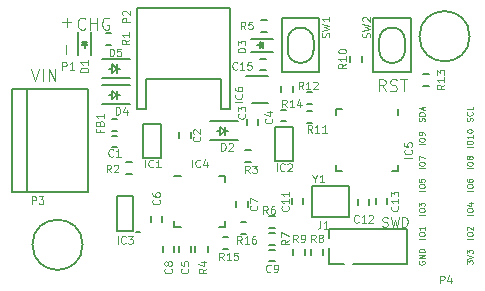
<source format=gto>
G04 #@! TF.FileFunction,Legend,Top*
%FSLAX46Y46*%
G04 Gerber Fmt 4.6, Leading zero omitted, Abs format (unit mm)*
G04 Created by KiCad (PCBNEW 0.201602050916+6538~42~ubuntu15.10.1-product) date Fri 05 Feb 2016 02:22:28 PM EST*
%MOMM*%
G01*
G04 APERTURE LIST*
%ADD10C,0.100000*%
%ADD11C,0.125000*%
%ADD12C,0.150000*%
G04 APERTURE END LIST*
D10*
X166953381Y-96480238D02*
X166977190Y-96408809D01*
X166977190Y-96289762D01*
X166953381Y-96242143D01*
X166929571Y-96218333D01*
X166881952Y-96194524D01*
X166834333Y-96194524D01*
X166786714Y-96218333D01*
X166762905Y-96242143D01*
X166739095Y-96289762D01*
X166715286Y-96385000D01*
X166691476Y-96432619D01*
X166667667Y-96456428D01*
X166620048Y-96480238D01*
X166572429Y-96480238D01*
X166524810Y-96456428D01*
X166501000Y-96432619D01*
X166477190Y-96385000D01*
X166477190Y-96265952D01*
X166501000Y-96194524D01*
X166929571Y-95694524D02*
X166953381Y-95718334D01*
X166977190Y-95789762D01*
X166977190Y-95837381D01*
X166953381Y-95908810D01*
X166905762Y-95956429D01*
X166858143Y-95980238D01*
X166762905Y-96004048D01*
X166691476Y-96004048D01*
X166596238Y-95980238D01*
X166548619Y-95956429D01*
X166501000Y-95908810D01*
X166477190Y-95837381D01*
X166477190Y-95789762D01*
X166501000Y-95718334D01*
X166524810Y-95694524D01*
X166977190Y-95242143D02*
X166977190Y-95480238D01*
X166477190Y-95480238D01*
X162889381Y-96492142D02*
X162913190Y-96420713D01*
X162913190Y-96301666D01*
X162889381Y-96254047D01*
X162865571Y-96230237D01*
X162817952Y-96206428D01*
X162770333Y-96206428D01*
X162722714Y-96230237D01*
X162698905Y-96254047D01*
X162675095Y-96301666D01*
X162651286Y-96396904D01*
X162627476Y-96444523D01*
X162603667Y-96468332D01*
X162556048Y-96492142D01*
X162508429Y-96492142D01*
X162460810Y-96468332D01*
X162437000Y-96444523D01*
X162413190Y-96396904D01*
X162413190Y-96277856D01*
X162437000Y-96206428D01*
X162913190Y-95992142D02*
X162413190Y-95992142D01*
X162413190Y-95873095D01*
X162437000Y-95801666D01*
X162484619Y-95754047D01*
X162532238Y-95730238D01*
X162627476Y-95706428D01*
X162698905Y-95706428D01*
X162794143Y-95730238D01*
X162841762Y-95754047D01*
X162889381Y-95801666D01*
X162913190Y-95873095D01*
X162913190Y-95992142D01*
X162770333Y-95515952D02*
X162770333Y-95277857D01*
X162913190Y-95563571D02*
X162413190Y-95396904D01*
X162913190Y-95230238D01*
X166977190Y-98655094D02*
X166477190Y-98655094D01*
X166477190Y-98321761D02*
X166477190Y-98226523D01*
X166501000Y-98178904D01*
X166548619Y-98131285D01*
X166643857Y-98107476D01*
X166810524Y-98107476D01*
X166905762Y-98131285D01*
X166953381Y-98178904D01*
X166977190Y-98226523D01*
X166977190Y-98321761D01*
X166953381Y-98369380D01*
X166905762Y-98416999D01*
X166810524Y-98440809D01*
X166643857Y-98440809D01*
X166548619Y-98416999D01*
X166501000Y-98369380D01*
X166477190Y-98321761D01*
X166977190Y-97631285D02*
X166977190Y-97916999D01*
X166977190Y-97774142D02*
X166477190Y-97774142D01*
X166548619Y-97821761D01*
X166596238Y-97869380D01*
X166620048Y-97916999D01*
X166477190Y-97321761D02*
X166477190Y-97274142D01*
X166501000Y-97226523D01*
X166524810Y-97202714D01*
X166572429Y-97178904D01*
X166667667Y-97155095D01*
X166786714Y-97155095D01*
X166881952Y-97178904D01*
X166929571Y-97202714D01*
X166953381Y-97226523D01*
X166977190Y-97274142D01*
X166977190Y-97321761D01*
X166953381Y-97369380D01*
X166929571Y-97393190D01*
X166881952Y-97416999D01*
X166786714Y-97440809D01*
X166667667Y-97440809D01*
X166572429Y-97416999D01*
X166524810Y-97393190D01*
X166501000Y-97369380D01*
X166477190Y-97321761D01*
X162913190Y-98416999D02*
X162413190Y-98416999D01*
X162413190Y-98083666D02*
X162413190Y-97988428D01*
X162437000Y-97940809D01*
X162484619Y-97893190D01*
X162579857Y-97869381D01*
X162746524Y-97869381D01*
X162841762Y-97893190D01*
X162889381Y-97940809D01*
X162913190Y-97988428D01*
X162913190Y-98083666D01*
X162889381Y-98131285D01*
X162841762Y-98178904D01*
X162746524Y-98202714D01*
X162579857Y-98202714D01*
X162484619Y-98178904D01*
X162437000Y-98131285D01*
X162413190Y-98083666D01*
X162913190Y-97631285D02*
X162913190Y-97536047D01*
X162889381Y-97488428D01*
X162865571Y-97464618D01*
X162794143Y-97416999D01*
X162698905Y-97393190D01*
X162508429Y-97393190D01*
X162460810Y-97416999D01*
X162437000Y-97440809D01*
X162413190Y-97488428D01*
X162413190Y-97583666D01*
X162437000Y-97631285D01*
X162460810Y-97655094D01*
X162508429Y-97678904D01*
X162627476Y-97678904D01*
X162675095Y-97655094D01*
X162698905Y-97631285D01*
X162722714Y-97583666D01*
X162722714Y-97488428D01*
X162698905Y-97440809D01*
X162675095Y-97416999D01*
X162627476Y-97393190D01*
X162913190Y-100448999D02*
X162413190Y-100448999D01*
X162413190Y-100115666D02*
X162413190Y-100020428D01*
X162437000Y-99972809D01*
X162484619Y-99925190D01*
X162579857Y-99901381D01*
X162746524Y-99901381D01*
X162841762Y-99925190D01*
X162889381Y-99972809D01*
X162913190Y-100020428D01*
X162913190Y-100115666D01*
X162889381Y-100163285D01*
X162841762Y-100210904D01*
X162746524Y-100234714D01*
X162579857Y-100234714D01*
X162484619Y-100210904D01*
X162437000Y-100163285D01*
X162413190Y-100115666D01*
X162413190Y-99734713D02*
X162413190Y-99401380D01*
X162913190Y-99615666D01*
X166977190Y-100448999D02*
X166477190Y-100448999D01*
X166477190Y-100115666D02*
X166477190Y-100020428D01*
X166501000Y-99972809D01*
X166548619Y-99925190D01*
X166643857Y-99901381D01*
X166810524Y-99901381D01*
X166905762Y-99925190D01*
X166953381Y-99972809D01*
X166977190Y-100020428D01*
X166977190Y-100115666D01*
X166953381Y-100163285D01*
X166905762Y-100210904D01*
X166810524Y-100234714D01*
X166643857Y-100234714D01*
X166548619Y-100210904D01*
X166501000Y-100163285D01*
X166477190Y-100115666D01*
X166691476Y-99615666D02*
X166667667Y-99663285D01*
X166643857Y-99687094D01*
X166596238Y-99710904D01*
X166572429Y-99710904D01*
X166524810Y-99687094D01*
X166501000Y-99663285D01*
X166477190Y-99615666D01*
X166477190Y-99520428D01*
X166501000Y-99472809D01*
X166524810Y-99448999D01*
X166572429Y-99425190D01*
X166596238Y-99425190D01*
X166643857Y-99448999D01*
X166667667Y-99472809D01*
X166691476Y-99520428D01*
X166691476Y-99615666D01*
X166715286Y-99663285D01*
X166739095Y-99687094D01*
X166786714Y-99710904D01*
X166881952Y-99710904D01*
X166929571Y-99687094D01*
X166953381Y-99663285D01*
X166977190Y-99615666D01*
X166977190Y-99520428D01*
X166953381Y-99472809D01*
X166929571Y-99448999D01*
X166881952Y-99425190D01*
X166786714Y-99425190D01*
X166739095Y-99448999D01*
X166715286Y-99472809D01*
X166691476Y-99520428D01*
X166977190Y-102353999D02*
X166477190Y-102353999D01*
X166477190Y-102020666D02*
X166477190Y-101925428D01*
X166501000Y-101877809D01*
X166548619Y-101830190D01*
X166643857Y-101806381D01*
X166810524Y-101806381D01*
X166905762Y-101830190D01*
X166953381Y-101877809D01*
X166977190Y-101925428D01*
X166977190Y-102020666D01*
X166953381Y-102068285D01*
X166905762Y-102115904D01*
X166810524Y-102139714D01*
X166643857Y-102139714D01*
X166548619Y-102115904D01*
X166501000Y-102068285D01*
X166477190Y-102020666D01*
X166477190Y-101377809D02*
X166477190Y-101473047D01*
X166501000Y-101520666D01*
X166524810Y-101544475D01*
X166596238Y-101592094D01*
X166691476Y-101615904D01*
X166881952Y-101615904D01*
X166929571Y-101592094D01*
X166953381Y-101568285D01*
X166977190Y-101520666D01*
X166977190Y-101425428D01*
X166953381Y-101377809D01*
X166929571Y-101353999D01*
X166881952Y-101330190D01*
X166762905Y-101330190D01*
X166715286Y-101353999D01*
X166691476Y-101377809D01*
X166667667Y-101425428D01*
X166667667Y-101520666D01*
X166691476Y-101568285D01*
X166715286Y-101592094D01*
X166762905Y-101615904D01*
X162913190Y-102353999D02*
X162413190Y-102353999D01*
X162413190Y-102020666D02*
X162413190Y-101925428D01*
X162437000Y-101877809D01*
X162484619Y-101830190D01*
X162579857Y-101806381D01*
X162746524Y-101806381D01*
X162841762Y-101830190D01*
X162889381Y-101877809D01*
X162913190Y-101925428D01*
X162913190Y-102020666D01*
X162889381Y-102068285D01*
X162841762Y-102115904D01*
X162746524Y-102139714D01*
X162579857Y-102139714D01*
X162484619Y-102115904D01*
X162437000Y-102068285D01*
X162413190Y-102020666D01*
X162413190Y-101353999D02*
X162413190Y-101592094D01*
X162651286Y-101615904D01*
X162627476Y-101592094D01*
X162603667Y-101544475D01*
X162603667Y-101425428D01*
X162627476Y-101377809D01*
X162651286Y-101353999D01*
X162698905Y-101330190D01*
X162817952Y-101330190D01*
X162865571Y-101353999D01*
X162889381Y-101377809D01*
X162913190Y-101425428D01*
X162913190Y-101544475D01*
X162889381Y-101592094D01*
X162865571Y-101615904D01*
X166977190Y-104385999D02*
X166477190Y-104385999D01*
X166477190Y-104052666D02*
X166477190Y-103957428D01*
X166501000Y-103909809D01*
X166548619Y-103862190D01*
X166643857Y-103838381D01*
X166810524Y-103838381D01*
X166905762Y-103862190D01*
X166953381Y-103909809D01*
X166977190Y-103957428D01*
X166977190Y-104052666D01*
X166953381Y-104100285D01*
X166905762Y-104147904D01*
X166810524Y-104171714D01*
X166643857Y-104171714D01*
X166548619Y-104147904D01*
X166501000Y-104100285D01*
X166477190Y-104052666D01*
X166643857Y-103409809D02*
X166977190Y-103409809D01*
X166453381Y-103528856D02*
X166810524Y-103647904D01*
X166810524Y-103338380D01*
X162913190Y-104385999D02*
X162413190Y-104385999D01*
X162413190Y-104052666D02*
X162413190Y-103957428D01*
X162437000Y-103909809D01*
X162484619Y-103862190D01*
X162579857Y-103838381D01*
X162746524Y-103838381D01*
X162841762Y-103862190D01*
X162889381Y-103909809D01*
X162913190Y-103957428D01*
X162913190Y-104052666D01*
X162889381Y-104100285D01*
X162841762Y-104147904D01*
X162746524Y-104171714D01*
X162579857Y-104171714D01*
X162484619Y-104147904D01*
X162437000Y-104100285D01*
X162413190Y-104052666D01*
X162413190Y-103671713D02*
X162413190Y-103362190D01*
X162603667Y-103528856D01*
X162603667Y-103457428D01*
X162627476Y-103409809D01*
X162651286Y-103385999D01*
X162698905Y-103362190D01*
X162817952Y-103362190D01*
X162865571Y-103385999D01*
X162889381Y-103409809D01*
X162913190Y-103457428D01*
X162913190Y-103600285D01*
X162889381Y-103647904D01*
X162865571Y-103671713D01*
X162913190Y-106417999D02*
X162413190Y-106417999D01*
X162413190Y-106084666D02*
X162413190Y-105989428D01*
X162437000Y-105941809D01*
X162484619Y-105894190D01*
X162579857Y-105870381D01*
X162746524Y-105870381D01*
X162841762Y-105894190D01*
X162889381Y-105941809D01*
X162913190Y-105989428D01*
X162913190Y-106084666D01*
X162889381Y-106132285D01*
X162841762Y-106179904D01*
X162746524Y-106203714D01*
X162579857Y-106203714D01*
X162484619Y-106179904D01*
X162437000Y-106132285D01*
X162413190Y-106084666D01*
X162913190Y-105394190D02*
X162913190Y-105679904D01*
X162913190Y-105537047D02*
X162413190Y-105537047D01*
X162484619Y-105584666D01*
X162532238Y-105632285D01*
X162556048Y-105679904D01*
X162437000Y-108330953D02*
X162413190Y-108378572D01*
X162413190Y-108450000D01*
X162437000Y-108521429D01*
X162484619Y-108569048D01*
X162532238Y-108592857D01*
X162627476Y-108616667D01*
X162698905Y-108616667D01*
X162794143Y-108592857D01*
X162841762Y-108569048D01*
X162889381Y-108521429D01*
X162913190Y-108450000D01*
X162913190Y-108402381D01*
X162889381Y-108330953D01*
X162865571Y-108307143D01*
X162698905Y-108307143D01*
X162698905Y-108402381D01*
X162913190Y-108092857D02*
X162413190Y-108092857D01*
X162913190Y-107807143D01*
X162413190Y-107807143D01*
X162913190Y-107569047D02*
X162413190Y-107569047D01*
X162413190Y-107450000D01*
X162437000Y-107378571D01*
X162484619Y-107330952D01*
X162532238Y-107307143D01*
X162627476Y-107283333D01*
X162698905Y-107283333D01*
X162794143Y-107307143D01*
X162841762Y-107330952D01*
X162889381Y-107378571D01*
X162913190Y-107450000D01*
X162913190Y-107569047D01*
X166477190Y-108569046D02*
X166477190Y-108259523D01*
X166667667Y-108426189D01*
X166667667Y-108354761D01*
X166691476Y-108307142D01*
X166715286Y-108283332D01*
X166762905Y-108259523D01*
X166881952Y-108259523D01*
X166929571Y-108283332D01*
X166953381Y-108307142D01*
X166977190Y-108354761D01*
X166977190Y-108497618D01*
X166953381Y-108545237D01*
X166929571Y-108569046D01*
X166477190Y-108116666D02*
X166977190Y-107949999D01*
X166477190Y-107783333D01*
X166477190Y-107664285D02*
X166477190Y-107354762D01*
X166667667Y-107521428D01*
X166667667Y-107450000D01*
X166691476Y-107402381D01*
X166715286Y-107378571D01*
X166762905Y-107354762D01*
X166881952Y-107354762D01*
X166929571Y-107378571D01*
X166953381Y-107402381D01*
X166977190Y-107450000D01*
X166977190Y-107592857D01*
X166953381Y-107640476D01*
X166929571Y-107664285D01*
X166977190Y-106417999D02*
X166477190Y-106417999D01*
X166477190Y-106084666D02*
X166477190Y-105989428D01*
X166501000Y-105941809D01*
X166548619Y-105894190D01*
X166643857Y-105870381D01*
X166810524Y-105870381D01*
X166905762Y-105894190D01*
X166953381Y-105941809D01*
X166977190Y-105989428D01*
X166977190Y-106084666D01*
X166953381Y-106132285D01*
X166905762Y-106179904D01*
X166810524Y-106203714D01*
X166643857Y-106203714D01*
X166548619Y-106179904D01*
X166501000Y-106132285D01*
X166477190Y-106084666D01*
X166524810Y-105679904D02*
X166501000Y-105656094D01*
X166477190Y-105608475D01*
X166477190Y-105489428D01*
X166501000Y-105441809D01*
X166524810Y-105417999D01*
X166572429Y-105394190D01*
X166620048Y-105394190D01*
X166691476Y-105417999D01*
X166977190Y-105703713D01*
X166977190Y-105394190D01*
D11*
X159315286Y-105352810D02*
X159429572Y-105390905D01*
X159620048Y-105390905D01*
X159696238Y-105352810D01*
X159734334Y-105314714D01*
X159772429Y-105238524D01*
X159772429Y-105162333D01*
X159734334Y-105086143D01*
X159696238Y-105048048D01*
X159620048Y-105009952D01*
X159467667Y-104971857D01*
X159391476Y-104933762D01*
X159353381Y-104895667D01*
X159315286Y-104819476D01*
X159315286Y-104743286D01*
X159353381Y-104667095D01*
X159391476Y-104629000D01*
X159467667Y-104590905D01*
X159658143Y-104590905D01*
X159772429Y-104629000D01*
X160039096Y-104590905D02*
X160229572Y-105390905D01*
X160381953Y-104819476D01*
X160534334Y-105390905D01*
X160724810Y-104590905D01*
X161029572Y-105390905D02*
X161029572Y-104590905D01*
X161220048Y-104590905D01*
X161334334Y-104629000D01*
X161410525Y-104705190D01*
X161448620Y-104781381D01*
X161486715Y-104933762D01*
X161486715Y-105048048D01*
X161448620Y-105200429D01*
X161410525Y-105276619D01*
X161334334Y-105352810D01*
X161220048Y-105390905D01*
X161029572Y-105390905D01*
X159599381Y-93924381D02*
X159266047Y-93448190D01*
X159027952Y-93924381D02*
X159027952Y-92924381D01*
X159408905Y-92924381D01*
X159504143Y-92972000D01*
X159551762Y-93019619D01*
X159599381Y-93114857D01*
X159599381Y-93257714D01*
X159551762Y-93352952D01*
X159504143Y-93400571D01*
X159408905Y-93448190D01*
X159027952Y-93448190D01*
X159980333Y-93876762D02*
X160123190Y-93924381D01*
X160361286Y-93924381D01*
X160456524Y-93876762D01*
X160504143Y-93829143D01*
X160551762Y-93733905D01*
X160551762Y-93638667D01*
X160504143Y-93543429D01*
X160456524Y-93495810D01*
X160361286Y-93448190D01*
X160170809Y-93400571D01*
X160075571Y-93352952D01*
X160027952Y-93305333D01*
X159980333Y-93210095D01*
X159980333Y-93114857D01*
X160027952Y-93019619D01*
X160075571Y-92972000D01*
X160170809Y-92924381D01*
X160408905Y-92924381D01*
X160551762Y-92972000D01*
X160837476Y-92924381D02*
X161408905Y-92924381D01*
X161123190Y-93924381D02*
X161123190Y-92924381D01*
X129587762Y-92035381D02*
X129921095Y-93035381D01*
X130254429Y-92035381D01*
X130587762Y-93035381D02*
X130587762Y-92035381D01*
X131063952Y-93035381D02*
X131063952Y-92035381D01*
X131635381Y-93035381D01*
X131635381Y-92035381D01*
X132532429Y-90804952D02*
X132532429Y-90043047D01*
X132207048Y-88082429D02*
X132968953Y-88082429D01*
X132588001Y-88463381D02*
X132588001Y-87701476D01*
X134159715Y-88622143D02*
X134112096Y-88669762D01*
X133969239Y-88717381D01*
X133874001Y-88717381D01*
X133731143Y-88669762D01*
X133635905Y-88574524D01*
X133588286Y-88479286D01*
X133540667Y-88288810D01*
X133540667Y-88145952D01*
X133588286Y-87955476D01*
X133635905Y-87860238D01*
X133731143Y-87765000D01*
X133874001Y-87717381D01*
X133969239Y-87717381D01*
X134112096Y-87765000D01*
X134159715Y-87812619D01*
X134588286Y-88717381D02*
X134588286Y-87717381D01*
X134588286Y-88193571D02*
X135159715Y-88193571D01*
X135159715Y-88717381D02*
X135159715Y-87717381D01*
X136159715Y-87765000D02*
X136064477Y-87717381D01*
X135921620Y-87717381D01*
X135778762Y-87765000D01*
X135683524Y-87860238D01*
X135635905Y-87955476D01*
X135588286Y-88145952D01*
X135588286Y-88288810D01*
X135635905Y-88479286D01*
X135683524Y-88574524D01*
X135778762Y-88669762D01*
X135921620Y-88717381D01*
X136016858Y-88717381D01*
X136159715Y-88669762D01*
X136207334Y-88622143D01*
X136207334Y-88288810D01*
X136016858Y-88288810D01*
D12*
X154775000Y-105596000D02*
X154775000Y-106396000D01*
X161425000Y-105596000D02*
X154775000Y-105596000D01*
X161425000Y-105596000D02*
X161425000Y-108546000D01*
X161425000Y-108546000D02*
X156875000Y-108546000D01*
X154775000Y-107196000D02*
X154775000Y-108546000D01*
X154775000Y-108546000D02*
X156075000Y-108546000D01*
X150711000Y-96487000D02*
X151211000Y-96487000D01*
X151211000Y-95537000D02*
X150711000Y-95537000D01*
X146026000Y-101116000D02*
X146026000Y-101641000D01*
X141726000Y-105416000D02*
X141726000Y-104891000D01*
X146026000Y-105416000D02*
X146026000Y-104891000D01*
X141726000Y-101116000D02*
X142251000Y-101116000D01*
X141726000Y-105416000D02*
X142251000Y-105416000D01*
X146026000Y-105416000D02*
X145501000Y-105416000D01*
X146026000Y-101116000D02*
X145501000Y-101116000D01*
X151782000Y-93476000D02*
X151782000Y-93976000D01*
X150732000Y-93476000D02*
X150732000Y-93976000D01*
X163260000Y-92439000D02*
X162760000Y-92439000D01*
X162760000Y-93489000D02*
X163260000Y-93489000D01*
X148975000Y-92169000D02*
X149475000Y-92169000D01*
X149475000Y-91219000D02*
X148975000Y-91219000D01*
X140627000Y-99621000D02*
X139027000Y-99621000D01*
X140627000Y-96721000D02*
X140627000Y-99621000D01*
X139027000Y-96721000D02*
X140627000Y-96721000D01*
X139027000Y-99621000D02*
X139027000Y-96721000D01*
X136396500Y-97299000D02*
X136896500Y-97299000D01*
X136896500Y-96249000D02*
X136396500Y-96249000D01*
X138441000Y-105867000D02*
X138841000Y-105867000D01*
X138241000Y-105767000D02*
X136841000Y-105767000D01*
X138241000Y-102767000D02*
X138241000Y-105767000D01*
X136841000Y-102767000D02*
X138241000Y-102767000D01*
X136841000Y-105767000D02*
X136841000Y-102767000D01*
X139344000Y-95468000D02*
X138544000Y-95468000D01*
X139344000Y-92868000D02*
X139344000Y-95468000D01*
X145644000Y-92868000D02*
X139344000Y-92868000D01*
X145644000Y-95468000D02*
X145644000Y-92868000D01*
X146444000Y-95468000D02*
X145644000Y-95468000D01*
X138544000Y-86868000D02*
X138544000Y-95468000D01*
X146444000Y-86868000D02*
X146444000Y-95468000D01*
X138544000Y-86868000D02*
X146444000Y-86868000D01*
X136402000Y-98646000D02*
X136902000Y-98646000D01*
X136902000Y-97696000D02*
X136402000Y-97696000D01*
X143096000Y-97913000D02*
X143096000Y-97413000D01*
X142146000Y-97413000D02*
X142146000Y-97913000D01*
X147861000Y-96270000D02*
X147861000Y-96770000D01*
X148811000Y-96770000D02*
X148811000Y-96270000D01*
X143096000Y-107565000D02*
X143096000Y-107065000D01*
X142146000Y-107065000D02*
X142146000Y-107565000D01*
X140683000Y-105025000D02*
X140683000Y-104525000D01*
X139733000Y-104525000D02*
X139733000Y-105025000D01*
X147922000Y-103755000D02*
X147922000Y-103255000D01*
X146972000Y-103255000D02*
X146972000Y-103755000D01*
X140749000Y-107065000D02*
X140749000Y-107565000D01*
X141699000Y-107565000D02*
X141699000Y-107065000D01*
X149737000Y-108298000D02*
X150237000Y-108298000D01*
X150237000Y-107348000D02*
X149737000Y-107348000D01*
X152621000Y-103501000D02*
X152621000Y-103001000D01*
X151671000Y-103001000D02*
X151671000Y-103501000D01*
X157259000Y-103043000D02*
X157259000Y-103543000D01*
X158209000Y-103543000D02*
X158209000Y-103043000D01*
X159733000Y-103501000D02*
X159733000Y-103001000D01*
X158783000Y-103001000D02*
X158783000Y-103501000D01*
X133562000Y-88943000D02*
X133562000Y-90843000D01*
X134662000Y-88943000D02*
X134662000Y-90843000D01*
X134112000Y-89843000D02*
X134112000Y-90293000D01*
X134362000Y-89793000D02*
X133862000Y-89793000D01*
X134112000Y-89793000D02*
X134362000Y-90043000D01*
X134362000Y-90043000D02*
X133862000Y-90043000D01*
X133862000Y-90043000D02*
X134112000Y-89793000D01*
X145546000Y-97282000D02*
X145296000Y-97282000D01*
X146046000Y-97282000D02*
X146296000Y-97282000D01*
X146046000Y-97282000D02*
X145546000Y-97632000D01*
X145546000Y-97632000D02*
X145546000Y-96932000D01*
X145546000Y-96932000D02*
X146046000Y-97282000D01*
X146046000Y-97632000D02*
X146046000Y-96932000D01*
X147096000Y-96482000D02*
X144696000Y-96482000D01*
X147096000Y-98082000D02*
X144696000Y-98082000D01*
X150071000Y-89493000D02*
X148171000Y-89493000D01*
X150071000Y-90593000D02*
X148171000Y-90593000D01*
X149171000Y-90043000D02*
X148721000Y-90043000D01*
X149221000Y-90293000D02*
X149221000Y-89793000D01*
X149221000Y-90043000D02*
X148971000Y-90293000D01*
X148971000Y-90293000D02*
X148971000Y-89793000D01*
X148971000Y-89793000D02*
X149221000Y-90043000D01*
X150203000Y-96975000D02*
X151803000Y-96975000D01*
X150203000Y-99875000D02*
X150203000Y-96975000D01*
X151803000Y-99875000D02*
X150203000Y-99875000D01*
X151803000Y-96975000D02*
X151803000Y-99875000D01*
X160639500Y-100695500D02*
X160114500Y-100695500D01*
X155389500Y-95445500D02*
X155914500Y-95445500D01*
X155389500Y-100695500D02*
X155914500Y-100695500D01*
X160639500Y-95445500D02*
X160639500Y-95970500D01*
X155389500Y-95445500D02*
X155389500Y-95970500D01*
X155389500Y-100695500D02*
X155389500Y-100170500D01*
X160639500Y-100695500D02*
X160639500Y-100170500D01*
X135888500Y-90060000D02*
X136388500Y-90060000D01*
X136388500Y-89010000D02*
X135888500Y-89010000D01*
X138108500Y-99932000D02*
X137608500Y-99932000D01*
X137608500Y-100982000D02*
X138108500Y-100982000D01*
X147705000Y-99966000D02*
X148205000Y-99966000D01*
X148205000Y-98916000D02*
X147705000Y-98916000D01*
X143493000Y-107065000D02*
X143493000Y-107565000D01*
X144543000Y-107565000D02*
X144543000Y-107065000D01*
X149044000Y-88917000D02*
X149544000Y-88917000D01*
X149544000Y-87867000D02*
X149044000Y-87867000D01*
X150237000Y-104504000D02*
X149737000Y-104504000D01*
X149737000Y-105554000D02*
X150237000Y-105554000D01*
X149737000Y-106951000D02*
X150237000Y-106951000D01*
X150237000Y-105901000D02*
X149737000Y-105901000D01*
X153272000Y-107319000D02*
X153272000Y-107819000D01*
X154322000Y-107819000D02*
X154322000Y-107319000D01*
X151748000Y-107319000D02*
X151748000Y-107819000D01*
X152798000Y-107819000D02*
X152798000Y-107319000D01*
X157624000Y-91436000D02*
X157624000Y-90936000D01*
X156574000Y-90936000D02*
X156574000Y-91436000D01*
X153412000Y-95614000D02*
X152912000Y-95614000D01*
X152912000Y-96664000D02*
X153412000Y-96664000D01*
X153412000Y-93963000D02*
X152912000Y-93963000D01*
X152912000Y-95013000D02*
X153412000Y-95013000D01*
X153340000Y-101951000D02*
X156540000Y-101951000D01*
X156540000Y-101951000D02*
X156540000Y-104551000D01*
X156540000Y-104551000D02*
X153340000Y-104551000D01*
X153340000Y-104551000D02*
X153340000Y-101951000D01*
X133951000Y-106934000D02*
G75*
G03X133951000Y-106934000I-2125000J0D01*
G01*
X166717000Y-89281000D02*
G75*
G03X166717000Y-89281000I-2125000J0D01*
G01*
X151300000Y-90443000D02*
G75*
G03X153500000Y-90443000I1100000J0D01*
G01*
X153500000Y-89643000D02*
G75*
G03X151300000Y-89643000I-1100000J0D01*
G01*
X153500000Y-89643000D02*
X153500000Y-90443000D01*
X151300000Y-90443000D02*
X151300000Y-89643000D01*
X154000000Y-92343000D02*
X150800000Y-92343000D01*
X154000000Y-87743000D02*
X154000000Y-92343000D01*
X150800000Y-87743000D02*
X154000000Y-87743000D01*
X150800000Y-92343000D02*
X150800000Y-87743000D01*
X159047000Y-90443000D02*
G75*
G03X161247000Y-90443000I1100000J0D01*
G01*
X161247000Y-89643000D02*
G75*
G03X159047000Y-89643000I-1100000J0D01*
G01*
X161247000Y-89643000D02*
X161247000Y-90443000D01*
X159047000Y-90443000D02*
X159047000Y-89643000D01*
X161747000Y-92343000D02*
X158547000Y-92343000D01*
X161747000Y-87743000D02*
X161747000Y-92343000D01*
X158547000Y-87743000D02*
X161747000Y-87743000D01*
X158547000Y-92343000D02*
X158547000Y-87743000D01*
X136402000Y-94234000D02*
X136152000Y-94234000D01*
X136902000Y-94234000D02*
X137152000Y-94234000D01*
X136902000Y-94234000D02*
X136402000Y-94584000D01*
X136402000Y-94584000D02*
X136402000Y-93884000D01*
X136402000Y-93884000D02*
X136902000Y-94234000D01*
X136902000Y-94584000D02*
X136902000Y-93884000D01*
X137952000Y-93434000D02*
X135552000Y-93434000D01*
X137952000Y-95034000D02*
X135552000Y-95034000D01*
X136402000Y-92011500D02*
X136152000Y-92011500D01*
X136902000Y-92011500D02*
X137152000Y-92011500D01*
X136902000Y-92011500D02*
X136402000Y-92361500D01*
X136402000Y-92361500D02*
X136402000Y-91661500D01*
X136402000Y-91661500D02*
X136902000Y-92011500D01*
X136902000Y-92361500D02*
X136902000Y-91661500D01*
X137952000Y-91211500D02*
X135552000Y-91211500D01*
X137952000Y-92811500D02*
X135552000Y-92811500D01*
X128008540Y-93756600D02*
X128008540Y-102456600D01*
X134413540Y-93756600D02*
X134413540Y-102456600D01*
X134413540Y-102456600D02*
X128008540Y-102456600D01*
X129238540Y-102456600D02*
X129238540Y-93756600D01*
X128008540Y-93756600D02*
X134413540Y-93756600D01*
X148321000Y-94944000D02*
X149621000Y-94944000D01*
X147746000Y-92644000D02*
X149621000Y-92644000D01*
X145800000Y-107332000D02*
X146300000Y-107332000D01*
X146300000Y-106282000D02*
X145800000Y-106282000D01*
X147824000Y-105012000D02*
X147324000Y-105012000D01*
X147324000Y-106062000D02*
X147824000Y-106062000D01*
D10*
X154088333Y-104927048D02*
X154088333Y-105391333D01*
X154057381Y-105484190D01*
X153995476Y-105546095D01*
X153902619Y-105577048D01*
X153840714Y-105577048D01*
X154738333Y-105577048D02*
X154366905Y-105577048D01*
X154552619Y-105577048D02*
X154552619Y-104927048D01*
X154490714Y-105019905D01*
X154428809Y-105081810D01*
X154366905Y-105112762D01*
X149965143Y-96247334D02*
X149996095Y-96278286D01*
X150027048Y-96371143D01*
X150027048Y-96433048D01*
X149996095Y-96525905D01*
X149934190Y-96587810D01*
X149872286Y-96618762D01*
X149748476Y-96649714D01*
X149655619Y-96649714D01*
X149531810Y-96618762D01*
X149469905Y-96587810D01*
X149408000Y-96525905D01*
X149377048Y-96433048D01*
X149377048Y-96371143D01*
X149408000Y-96278286D01*
X149438952Y-96247334D01*
X149593714Y-95690191D02*
X150027048Y-95690191D01*
X149346095Y-95844953D02*
X149810381Y-95999714D01*
X149810381Y-95597334D01*
X143226476Y-100370048D02*
X143226476Y-99720048D01*
X143907428Y-100308143D02*
X143876476Y-100339095D01*
X143783619Y-100370048D01*
X143721714Y-100370048D01*
X143628857Y-100339095D01*
X143566952Y-100277190D01*
X143536000Y-100215286D01*
X143505048Y-100091476D01*
X143505048Y-99998619D01*
X143536000Y-99874810D01*
X143566952Y-99812905D01*
X143628857Y-99751000D01*
X143721714Y-99720048D01*
X143783619Y-99720048D01*
X143876476Y-99751000D01*
X143907428Y-99781952D01*
X144464571Y-99936714D02*
X144464571Y-100370048D01*
X144309809Y-99689095D02*
X144155048Y-100153381D01*
X144557428Y-100153381D01*
X151220142Y-95290048D02*
X151003476Y-94980524D01*
X150848714Y-95290048D02*
X150848714Y-94640048D01*
X151096333Y-94640048D01*
X151158238Y-94671000D01*
X151189190Y-94701952D01*
X151220142Y-94763857D01*
X151220142Y-94856714D01*
X151189190Y-94918619D01*
X151158238Y-94949571D01*
X151096333Y-94980524D01*
X150848714Y-94980524D01*
X151839190Y-95290048D02*
X151467762Y-95290048D01*
X151653476Y-95290048D02*
X151653476Y-94640048D01*
X151591571Y-94732905D01*
X151529666Y-94794810D01*
X151467762Y-94825762D01*
X152396333Y-94856714D02*
X152396333Y-95290048D01*
X152241571Y-94609095D02*
X152086810Y-95073381D01*
X152489190Y-95073381D01*
X164574048Y-93381858D02*
X164264524Y-93598524D01*
X164574048Y-93753286D02*
X163924048Y-93753286D01*
X163924048Y-93505667D01*
X163955000Y-93443762D01*
X163985952Y-93412810D01*
X164047857Y-93381858D01*
X164140714Y-93381858D01*
X164202619Y-93412810D01*
X164233571Y-93443762D01*
X164264524Y-93505667D01*
X164264524Y-93753286D01*
X164574048Y-92762810D02*
X164574048Y-93134238D01*
X164574048Y-92948524D02*
X163924048Y-92948524D01*
X164016905Y-93010429D01*
X164078810Y-93072334D01*
X164109762Y-93134238D01*
X163924048Y-92546143D02*
X163924048Y-92143762D01*
X164171667Y-92360429D01*
X164171667Y-92267571D01*
X164202619Y-92205667D01*
X164233571Y-92174714D01*
X164295476Y-92143762D01*
X164450238Y-92143762D01*
X164512143Y-92174714D01*
X164543095Y-92205667D01*
X164574048Y-92267571D01*
X164574048Y-92453286D01*
X164543095Y-92515190D01*
X164512143Y-92546143D01*
X147029142Y-92053143D02*
X146998190Y-92084095D01*
X146905333Y-92115048D01*
X146843428Y-92115048D01*
X146750571Y-92084095D01*
X146688666Y-92022190D01*
X146657714Y-91960286D01*
X146626762Y-91836476D01*
X146626762Y-91743619D01*
X146657714Y-91619810D01*
X146688666Y-91557905D01*
X146750571Y-91496000D01*
X146843428Y-91465048D01*
X146905333Y-91465048D01*
X146998190Y-91496000D01*
X147029142Y-91526952D01*
X147648190Y-92115048D02*
X147276762Y-92115048D01*
X147462476Y-92115048D02*
X147462476Y-91465048D01*
X147400571Y-91557905D01*
X147338666Y-91619810D01*
X147276762Y-91650762D01*
X148236286Y-91465048D02*
X147926762Y-91465048D01*
X147895810Y-91774571D01*
X147926762Y-91743619D01*
X147988667Y-91712667D01*
X148143429Y-91712667D01*
X148205333Y-91743619D01*
X148236286Y-91774571D01*
X148267238Y-91836476D01*
X148267238Y-91991238D01*
X148236286Y-92053143D01*
X148205333Y-92084095D01*
X148143429Y-92115048D01*
X147988667Y-92115048D01*
X147926762Y-92084095D01*
X147895810Y-92053143D01*
X139248476Y-100387429D02*
X139248476Y-99737429D01*
X139929428Y-100325524D02*
X139898476Y-100356476D01*
X139805619Y-100387429D01*
X139743714Y-100387429D01*
X139650857Y-100356476D01*
X139588952Y-100294571D01*
X139558000Y-100232667D01*
X139527048Y-100108857D01*
X139527048Y-100016000D01*
X139558000Y-99892191D01*
X139588952Y-99830286D01*
X139650857Y-99768381D01*
X139743714Y-99737429D01*
X139805619Y-99737429D01*
X139898476Y-99768381D01*
X139929428Y-99799333D01*
X140548476Y-100387429D02*
X140177048Y-100387429D01*
X140362762Y-100387429D02*
X140362762Y-99737429D01*
X140300857Y-99830286D01*
X140238952Y-99892191D01*
X140177048Y-99923143D01*
X135399071Y-97188666D02*
X135399071Y-97405333D01*
X135739548Y-97405333D02*
X135089548Y-97405333D01*
X135089548Y-97095809D01*
X135399071Y-96631523D02*
X135430024Y-96538666D01*
X135460976Y-96507714D01*
X135522881Y-96476762D01*
X135615738Y-96476762D01*
X135677643Y-96507714D01*
X135708595Y-96538666D01*
X135739548Y-96600571D01*
X135739548Y-96848190D01*
X135089548Y-96848190D01*
X135089548Y-96631523D01*
X135120500Y-96569619D01*
X135151452Y-96538666D01*
X135213357Y-96507714D01*
X135275262Y-96507714D01*
X135337167Y-96538666D01*
X135368119Y-96569619D01*
X135399071Y-96631523D01*
X135399071Y-96848190D01*
X135739548Y-95857714D02*
X135739548Y-96229142D01*
X135739548Y-96043428D02*
X135089548Y-96043428D01*
X135182405Y-96105333D01*
X135244310Y-96167238D01*
X135275262Y-96229142D01*
X136906476Y-106847048D02*
X136906476Y-106197048D01*
X137587428Y-106785143D02*
X137556476Y-106816095D01*
X137463619Y-106847048D01*
X137401714Y-106847048D01*
X137308857Y-106816095D01*
X137246952Y-106754190D01*
X137216000Y-106692286D01*
X137185048Y-106568476D01*
X137185048Y-106475619D01*
X137216000Y-106351810D01*
X137246952Y-106289905D01*
X137308857Y-106228000D01*
X137401714Y-106197048D01*
X137463619Y-106197048D01*
X137556476Y-106228000D01*
X137587428Y-106258952D01*
X137804095Y-106197048D02*
X138206476Y-106197048D01*
X137989809Y-106444667D01*
X138082667Y-106444667D01*
X138144571Y-106475619D01*
X138175524Y-106506571D01*
X138206476Y-106568476D01*
X138206476Y-106723238D01*
X138175524Y-106785143D01*
X138144571Y-106816095D01*
X138082667Y-106847048D01*
X137896952Y-106847048D01*
X137835048Y-106816095D01*
X137804095Y-106785143D01*
X132235238Y-92115048D02*
X132235238Y-91465048D01*
X132482857Y-91465048D01*
X132544762Y-91496000D01*
X132575714Y-91526952D01*
X132606666Y-91588857D01*
X132606666Y-91681714D01*
X132575714Y-91743619D01*
X132544762Y-91774571D01*
X132482857Y-91805524D01*
X132235238Y-91805524D01*
X133225714Y-92115048D02*
X132854286Y-92115048D01*
X133040000Y-92115048D02*
X133040000Y-91465048D01*
X132978095Y-91557905D01*
X132916190Y-91619810D01*
X132854286Y-91650762D01*
X137962048Y-88109762D02*
X137312048Y-88109762D01*
X137312048Y-87862143D01*
X137343000Y-87800238D01*
X137373952Y-87769286D01*
X137435857Y-87738334D01*
X137528714Y-87738334D01*
X137590619Y-87769286D01*
X137621571Y-87800238D01*
X137652524Y-87862143D01*
X137652524Y-88109762D01*
X137373952Y-87490714D02*
X137343000Y-87459762D01*
X137312048Y-87397857D01*
X137312048Y-87243095D01*
X137343000Y-87181191D01*
X137373952Y-87150238D01*
X137435857Y-87119286D01*
X137497762Y-87119286D01*
X137590619Y-87150238D01*
X137962048Y-87521667D01*
X137962048Y-87119286D01*
X136543666Y-99419143D02*
X136512714Y-99450095D01*
X136419857Y-99481048D01*
X136357952Y-99481048D01*
X136265095Y-99450095D01*
X136203190Y-99388190D01*
X136172238Y-99326286D01*
X136141286Y-99202476D01*
X136141286Y-99109619D01*
X136172238Y-98985810D01*
X136203190Y-98923905D01*
X136265095Y-98862000D01*
X136357952Y-98831048D01*
X136419857Y-98831048D01*
X136512714Y-98862000D01*
X136543666Y-98892952D01*
X137162714Y-99481048D02*
X136791286Y-99481048D01*
X136977000Y-99481048D02*
X136977000Y-98831048D01*
X136915095Y-98923905D01*
X136853190Y-98985810D01*
X136791286Y-99016762D01*
X143869143Y-97771334D02*
X143900095Y-97802286D01*
X143931048Y-97895143D01*
X143931048Y-97957048D01*
X143900095Y-98049905D01*
X143838190Y-98111810D01*
X143776286Y-98142762D01*
X143652476Y-98173714D01*
X143559619Y-98173714D01*
X143435810Y-98142762D01*
X143373905Y-98111810D01*
X143312000Y-98049905D01*
X143281048Y-97957048D01*
X143281048Y-97895143D01*
X143312000Y-97802286D01*
X143342952Y-97771334D01*
X143342952Y-97523714D02*
X143312000Y-97492762D01*
X143281048Y-97430857D01*
X143281048Y-97276095D01*
X143312000Y-97214191D01*
X143342952Y-97183238D01*
X143404857Y-97152286D01*
X143466762Y-97152286D01*
X143559619Y-97183238D01*
X143931048Y-97554667D01*
X143931048Y-97152286D01*
X147679143Y-95866334D02*
X147710095Y-95897286D01*
X147741048Y-95990143D01*
X147741048Y-96052048D01*
X147710095Y-96144905D01*
X147648190Y-96206810D01*
X147586286Y-96237762D01*
X147462476Y-96268714D01*
X147369619Y-96268714D01*
X147245810Y-96237762D01*
X147183905Y-96206810D01*
X147122000Y-96144905D01*
X147091048Y-96052048D01*
X147091048Y-95990143D01*
X147122000Y-95897286D01*
X147152952Y-95866334D01*
X147091048Y-95649667D02*
X147091048Y-95247286D01*
X147338667Y-95463953D01*
X147338667Y-95371095D01*
X147369619Y-95309191D01*
X147400571Y-95278238D01*
X147462476Y-95247286D01*
X147617238Y-95247286D01*
X147679143Y-95278238D01*
X147710095Y-95309191D01*
X147741048Y-95371095D01*
X147741048Y-95556810D01*
X147710095Y-95618714D01*
X147679143Y-95649667D01*
X142853143Y-108947334D02*
X142884095Y-108978286D01*
X142915048Y-109071143D01*
X142915048Y-109133048D01*
X142884095Y-109225905D01*
X142822190Y-109287810D01*
X142760286Y-109318762D01*
X142636476Y-109349714D01*
X142543619Y-109349714D01*
X142419810Y-109318762D01*
X142357905Y-109287810D01*
X142296000Y-109225905D01*
X142265048Y-109133048D01*
X142265048Y-109071143D01*
X142296000Y-108978286D01*
X142326952Y-108947334D01*
X142265048Y-108359238D02*
X142265048Y-108668762D01*
X142574571Y-108699714D01*
X142543619Y-108668762D01*
X142512667Y-108606857D01*
X142512667Y-108452095D01*
X142543619Y-108390191D01*
X142574571Y-108359238D01*
X142636476Y-108328286D01*
X142791238Y-108328286D01*
X142853143Y-108359238D01*
X142884095Y-108390191D01*
X142915048Y-108452095D01*
X142915048Y-108606857D01*
X142884095Y-108668762D01*
X142853143Y-108699714D01*
X140440143Y-103105334D02*
X140471095Y-103136286D01*
X140502048Y-103229143D01*
X140502048Y-103291048D01*
X140471095Y-103383905D01*
X140409190Y-103445810D01*
X140347286Y-103476762D01*
X140223476Y-103507714D01*
X140130619Y-103507714D01*
X140006810Y-103476762D01*
X139944905Y-103445810D01*
X139883000Y-103383905D01*
X139852048Y-103291048D01*
X139852048Y-103229143D01*
X139883000Y-103136286D01*
X139913952Y-103105334D01*
X139852048Y-102548191D02*
X139852048Y-102672000D01*
X139883000Y-102733905D01*
X139913952Y-102764857D01*
X140006810Y-102826762D01*
X140130619Y-102857714D01*
X140378238Y-102857714D01*
X140440143Y-102826762D01*
X140471095Y-102795810D01*
X140502048Y-102733905D01*
X140502048Y-102610095D01*
X140471095Y-102548191D01*
X140440143Y-102517238D01*
X140378238Y-102486286D01*
X140223476Y-102486286D01*
X140161571Y-102517238D01*
X140130619Y-102548191D01*
X140099667Y-102610095D01*
X140099667Y-102733905D01*
X140130619Y-102795810D01*
X140161571Y-102826762D01*
X140223476Y-102857714D01*
X148695143Y-103613334D02*
X148726095Y-103644286D01*
X148757048Y-103737143D01*
X148757048Y-103799048D01*
X148726095Y-103891905D01*
X148664190Y-103953810D01*
X148602286Y-103984762D01*
X148478476Y-104015714D01*
X148385619Y-104015714D01*
X148261810Y-103984762D01*
X148199905Y-103953810D01*
X148138000Y-103891905D01*
X148107048Y-103799048D01*
X148107048Y-103737143D01*
X148138000Y-103644286D01*
X148168952Y-103613334D01*
X148107048Y-103396667D02*
X148107048Y-102963334D01*
X148757048Y-103241905D01*
X141456143Y-108947334D02*
X141487095Y-108978286D01*
X141518048Y-109071143D01*
X141518048Y-109133048D01*
X141487095Y-109225905D01*
X141425190Y-109287810D01*
X141363286Y-109318762D01*
X141239476Y-109349714D01*
X141146619Y-109349714D01*
X141022810Y-109318762D01*
X140960905Y-109287810D01*
X140899000Y-109225905D01*
X140868048Y-109133048D01*
X140868048Y-109071143D01*
X140899000Y-108978286D01*
X140929952Y-108947334D01*
X141146619Y-108575905D02*
X141115667Y-108637810D01*
X141084714Y-108668762D01*
X141022810Y-108699714D01*
X140991857Y-108699714D01*
X140929952Y-108668762D01*
X140899000Y-108637810D01*
X140868048Y-108575905D01*
X140868048Y-108452095D01*
X140899000Y-108390191D01*
X140929952Y-108359238D01*
X140991857Y-108328286D01*
X141022810Y-108328286D01*
X141084714Y-108359238D01*
X141115667Y-108390191D01*
X141146619Y-108452095D01*
X141146619Y-108575905D01*
X141177571Y-108637810D01*
X141208524Y-108668762D01*
X141270429Y-108699714D01*
X141394238Y-108699714D01*
X141456143Y-108668762D01*
X141487095Y-108637810D01*
X141518048Y-108575905D01*
X141518048Y-108452095D01*
X141487095Y-108390191D01*
X141456143Y-108359238D01*
X141394238Y-108328286D01*
X141270429Y-108328286D01*
X141208524Y-108359238D01*
X141177571Y-108390191D01*
X141146619Y-108452095D01*
X149878666Y-109198143D02*
X149847714Y-109229095D01*
X149754857Y-109260048D01*
X149692952Y-109260048D01*
X149600095Y-109229095D01*
X149538190Y-109167190D01*
X149507238Y-109105286D01*
X149476286Y-108981476D01*
X149476286Y-108888619D01*
X149507238Y-108764810D01*
X149538190Y-108702905D01*
X149600095Y-108641000D01*
X149692952Y-108610048D01*
X149754857Y-108610048D01*
X149847714Y-108641000D01*
X149878666Y-108671952D01*
X150188190Y-109260048D02*
X150312000Y-109260048D01*
X150373905Y-109229095D01*
X150404857Y-109198143D01*
X150466762Y-109105286D01*
X150497714Y-108981476D01*
X150497714Y-108733857D01*
X150466762Y-108671952D01*
X150435809Y-108641000D01*
X150373905Y-108610048D01*
X150250095Y-108610048D01*
X150188190Y-108641000D01*
X150157238Y-108671952D01*
X150126286Y-108733857D01*
X150126286Y-108888619D01*
X150157238Y-108950524D01*
X150188190Y-108981476D01*
X150250095Y-109012429D01*
X150373905Y-109012429D01*
X150435809Y-108981476D01*
X150466762Y-108950524D01*
X150497714Y-108888619D01*
X151362143Y-103668858D02*
X151393095Y-103699810D01*
X151424048Y-103792667D01*
X151424048Y-103854572D01*
X151393095Y-103947429D01*
X151331190Y-104009334D01*
X151269286Y-104040286D01*
X151145476Y-104071238D01*
X151052619Y-104071238D01*
X150928810Y-104040286D01*
X150866905Y-104009334D01*
X150805000Y-103947429D01*
X150774048Y-103854572D01*
X150774048Y-103792667D01*
X150805000Y-103699810D01*
X150835952Y-103668858D01*
X151424048Y-103049810D02*
X151424048Y-103421238D01*
X151424048Y-103235524D02*
X150774048Y-103235524D01*
X150866905Y-103297429D01*
X150928810Y-103359334D01*
X150959762Y-103421238D01*
X151424048Y-102430762D02*
X151424048Y-102802190D01*
X151424048Y-102616476D02*
X150774048Y-102616476D01*
X150866905Y-102678381D01*
X150928810Y-102740286D01*
X150959762Y-102802190D01*
X157316142Y-105007143D02*
X157285190Y-105038095D01*
X157192333Y-105069048D01*
X157130428Y-105069048D01*
X157037571Y-105038095D01*
X156975666Y-104976190D01*
X156944714Y-104914286D01*
X156913762Y-104790476D01*
X156913762Y-104697619D01*
X156944714Y-104573810D01*
X156975666Y-104511905D01*
X157037571Y-104450000D01*
X157130428Y-104419048D01*
X157192333Y-104419048D01*
X157285190Y-104450000D01*
X157316142Y-104480952D01*
X157935190Y-105069048D02*
X157563762Y-105069048D01*
X157749476Y-105069048D02*
X157749476Y-104419048D01*
X157687571Y-104511905D01*
X157625666Y-104573810D01*
X157563762Y-104604762D01*
X158182810Y-104480952D02*
X158213762Y-104450000D01*
X158275667Y-104419048D01*
X158430429Y-104419048D01*
X158492333Y-104450000D01*
X158523286Y-104480952D01*
X158554238Y-104542857D01*
X158554238Y-104604762D01*
X158523286Y-104697619D01*
X158151857Y-105069048D01*
X158554238Y-105069048D01*
X160633143Y-103668858D02*
X160664095Y-103699810D01*
X160695048Y-103792667D01*
X160695048Y-103854572D01*
X160664095Y-103947429D01*
X160602190Y-104009334D01*
X160540286Y-104040286D01*
X160416476Y-104071238D01*
X160323619Y-104071238D01*
X160199810Y-104040286D01*
X160137905Y-104009334D01*
X160076000Y-103947429D01*
X160045048Y-103854572D01*
X160045048Y-103792667D01*
X160076000Y-103699810D01*
X160106952Y-103668858D01*
X160695048Y-103049810D02*
X160695048Y-103421238D01*
X160695048Y-103235524D02*
X160045048Y-103235524D01*
X160137905Y-103297429D01*
X160199810Y-103359334D01*
X160230762Y-103421238D01*
X160045048Y-102833143D02*
X160045048Y-102430762D01*
X160292667Y-102647429D01*
X160292667Y-102554571D01*
X160323619Y-102492667D01*
X160354571Y-102461714D01*
X160416476Y-102430762D01*
X160571238Y-102430762D01*
X160633143Y-102461714D01*
X160664095Y-102492667D01*
X160695048Y-102554571D01*
X160695048Y-102740286D01*
X160664095Y-102802190D01*
X160633143Y-102833143D01*
X134406048Y-92300762D02*
X133756048Y-92300762D01*
X133756048Y-92146000D01*
X133787000Y-92053143D01*
X133848905Y-91991238D01*
X133910810Y-91960286D01*
X134034619Y-91929334D01*
X134127476Y-91929334D01*
X134251286Y-91960286D01*
X134313190Y-91991238D01*
X134375095Y-92053143D01*
X134406048Y-92146000D01*
X134406048Y-92300762D01*
X134406048Y-91310286D02*
X134406048Y-91681714D01*
X134406048Y-91496000D02*
X133756048Y-91496000D01*
X133848905Y-91557905D01*
X133910810Y-91619810D01*
X133941762Y-91681714D01*
X145697238Y-98973048D02*
X145697238Y-98323048D01*
X145852000Y-98323048D01*
X145944857Y-98354000D01*
X146006762Y-98415905D01*
X146037714Y-98477810D01*
X146068666Y-98601619D01*
X146068666Y-98694476D01*
X146037714Y-98818286D01*
X146006762Y-98880190D01*
X145944857Y-98942095D01*
X145852000Y-98973048D01*
X145697238Y-98973048D01*
X146316286Y-98384952D02*
X146347238Y-98354000D01*
X146409143Y-98323048D01*
X146563905Y-98323048D01*
X146625809Y-98354000D01*
X146656762Y-98384952D01*
X146687714Y-98446857D01*
X146687714Y-98508762D01*
X146656762Y-98601619D01*
X146285333Y-98973048D01*
X146687714Y-98973048D01*
X147741048Y-90649762D02*
X147091048Y-90649762D01*
X147091048Y-90495000D01*
X147122000Y-90402143D01*
X147183905Y-90340238D01*
X147245810Y-90309286D01*
X147369619Y-90278334D01*
X147462476Y-90278334D01*
X147586286Y-90309286D01*
X147648190Y-90340238D01*
X147710095Y-90402143D01*
X147741048Y-90495000D01*
X147741048Y-90649762D01*
X147091048Y-90061667D02*
X147091048Y-89659286D01*
X147338667Y-89875953D01*
X147338667Y-89783095D01*
X147369619Y-89721191D01*
X147400571Y-89690238D01*
X147462476Y-89659286D01*
X147617238Y-89659286D01*
X147679143Y-89690238D01*
X147710095Y-89721191D01*
X147741048Y-89783095D01*
X147741048Y-89968810D01*
X147710095Y-90030714D01*
X147679143Y-90061667D01*
X150368476Y-100690048D02*
X150368476Y-100040048D01*
X151049428Y-100628143D02*
X151018476Y-100659095D01*
X150925619Y-100690048D01*
X150863714Y-100690048D01*
X150770857Y-100659095D01*
X150708952Y-100597190D01*
X150678000Y-100535286D01*
X150647048Y-100411476D01*
X150647048Y-100318619D01*
X150678000Y-100194810D01*
X150708952Y-100132905D01*
X150770857Y-100071000D01*
X150863714Y-100040048D01*
X150925619Y-100040048D01*
X151018476Y-100071000D01*
X151049428Y-100101952D01*
X151297048Y-100101952D02*
X151328000Y-100071000D01*
X151389905Y-100040048D01*
X151544667Y-100040048D01*
X151606571Y-100071000D01*
X151637524Y-100101952D01*
X151668476Y-100163857D01*
X151668476Y-100225762D01*
X151637524Y-100318619D01*
X151266095Y-100690048D01*
X151668476Y-100690048D01*
X161838048Y-99567524D02*
X161188048Y-99567524D01*
X161776143Y-98886572D02*
X161807095Y-98917524D01*
X161838048Y-99010381D01*
X161838048Y-99072286D01*
X161807095Y-99165143D01*
X161745190Y-99227048D01*
X161683286Y-99258000D01*
X161559476Y-99288952D01*
X161466619Y-99288952D01*
X161342810Y-99258000D01*
X161280905Y-99227048D01*
X161219000Y-99165143D01*
X161188048Y-99072286D01*
X161188048Y-99010381D01*
X161219000Y-98917524D01*
X161249952Y-98886572D01*
X161188048Y-98298476D02*
X161188048Y-98608000D01*
X161497571Y-98638952D01*
X161466619Y-98608000D01*
X161435667Y-98546095D01*
X161435667Y-98391333D01*
X161466619Y-98329429D01*
X161497571Y-98298476D01*
X161559476Y-98267524D01*
X161714238Y-98267524D01*
X161776143Y-98298476D01*
X161807095Y-98329429D01*
X161838048Y-98391333D01*
X161838048Y-98546095D01*
X161807095Y-98608000D01*
X161776143Y-98638952D01*
X137893048Y-89579834D02*
X137583524Y-89796500D01*
X137893048Y-89951262D02*
X137243048Y-89951262D01*
X137243048Y-89703643D01*
X137274000Y-89641738D01*
X137304952Y-89610786D01*
X137366857Y-89579834D01*
X137459714Y-89579834D01*
X137521619Y-89610786D01*
X137552571Y-89641738D01*
X137583524Y-89703643D01*
X137583524Y-89951262D01*
X137893048Y-88960786D02*
X137893048Y-89332214D01*
X137893048Y-89146500D02*
X137243048Y-89146500D01*
X137335905Y-89208405D01*
X137397810Y-89270310D01*
X137428762Y-89332214D01*
X136353166Y-100814548D02*
X136136500Y-100505024D01*
X135981738Y-100814548D02*
X135981738Y-100164548D01*
X136229357Y-100164548D01*
X136291262Y-100195500D01*
X136322214Y-100226452D01*
X136353166Y-100288357D01*
X136353166Y-100381214D01*
X136322214Y-100443119D01*
X136291262Y-100474071D01*
X136229357Y-100505024D01*
X135981738Y-100505024D01*
X136600786Y-100226452D02*
X136631738Y-100195500D01*
X136693643Y-100164548D01*
X136848405Y-100164548D01*
X136910309Y-100195500D01*
X136941262Y-100226452D01*
X136972214Y-100288357D01*
X136972214Y-100350262D01*
X136941262Y-100443119D01*
X136569833Y-100814548D01*
X136972214Y-100814548D01*
X148100666Y-100878048D02*
X147884000Y-100568524D01*
X147729238Y-100878048D02*
X147729238Y-100228048D01*
X147976857Y-100228048D01*
X148038762Y-100259000D01*
X148069714Y-100289952D01*
X148100666Y-100351857D01*
X148100666Y-100444714D01*
X148069714Y-100506619D01*
X148038762Y-100537571D01*
X147976857Y-100568524D01*
X147729238Y-100568524D01*
X148317333Y-100228048D02*
X148719714Y-100228048D01*
X148503047Y-100475667D01*
X148595905Y-100475667D01*
X148657809Y-100506619D01*
X148688762Y-100537571D01*
X148719714Y-100599476D01*
X148719714Y-100754238D01*
X148688762Y-100816143D01*
X148657809Y-100847095D01*
X148595905Y-100878048D01*
X148410190Y-100878048D01*
X148348286Y-100847095D01*
X148317333Y-100816143D01*
X144439048Y-108947334D02*
X144129524Y-109164000D01*
X144439048Y-109318762D02*
X143789048Y-109318762D01*
X143789048Y-109071143D01*
X143820000Y-109009238D01*
X143850952Y-108978286D01*
X143912857Y-108947334D01*
X144005714Y-108947334D01*
X144067619Y-108978286D01*
X144098571Y-109009238D01*
X144129524Y-109071143D01*
X144129524Y-109318762D01*
X144005714Y-108390191D02*
X144439048Y-108390191D01*
X143758095Y-108544953D02*
X144222381Y-108699714D01*
X144222381Y-108297334D01*
X147719666Y-88686048D02*
X147503000Y-88376524D01*
X147348238Y-88686048D02*
X147348238Y-88036048D01*
X147595857Y-88036048D01*
X147657762Y-88067000D01*
X147688714Y-88097952D01*
X147719666Y-88159857D01*
X147719666Y-88252714D01*
X147688714Y-88314619D01*
X147657762Y-88345571D01*
X147595857Y-88376524D01*
X147348238Y-88376524D01*
X148307762Y-88036048D02*
X147998238Y-88036048D01*
X147967286Y-88345571D01*
X147998238Y-88314619D01*
X148060143Y-88283667D01*
X148214905Y-88283667D01*
X148276809Y-88314619D01*
X148307762Y-88345571D01*
X148338714Y-88407476D01*
X148338714Y-88562238D01*
X148307762Y-88624143D01*
X148276809Y-88655095D01*
X148214905Y-88686048D01*
X148060143Y-88686048D01*
X147998238Y-88655095D01*
X147967286Y-88624143D01*
X149624666Y-104307048D02*
X149408000Y-103997524D01*
X149253238Y-104307048D02*
X149253238Y-103657048D01*
X149500857Y-103657048D01*
X149562762Y-103688000D01*
X149593714Y-103718952D01*
X149624666Y-103780857D01*
X149624666Y-103873714D01*
X149593714Y-103935619D01*
X149562762Y-103966571D01*
X149500857Y-103997524D01*
X149253238Y-103997524D01*
X150181809Y-103657048D02*
X150058000Y-103657048D01*
X149996095Y-103688000D01*
X149965143Y-103718952D01*
X149903238Y-103811810D01*
X149872286Y-103935619D01*
X149872286Y-104183238D01*
X149903238Y-104245143D01*
X149934190Y-104276095D01*
X149996095Y-104307048D01*
X150119905Y-104307048D01*
X150181809Y-104276095D01*
X150212762Y-104245143D01*
X150243714Y-104183238D01*
X150243714Y-104028476D01*
X150212762Y-103966571D01*
X150181809Y-103935619D01*
X150119905Y-103904667D01*
X149996095Y-103904667D01*
X149934190Y-103935619D01*
X149903238Y-103966571D01*
X149872286Y-104028476D01*
X151424048Y-106534334D02*
X151114524Y-106751000D01*
X151424048Y-106905762D02*
X150774048Y-106905762D01*
X150774048Y-106658143D01*
X150805000Y-106596238D01*
X150835952Y-106565286D01*
X150897857Y-106534334D01*
X150990714Y-106534334D01*
X151052619Y-106565286D01*
X151083571Y-106596238D01*
X151114524Y-106658143D01*
X151114524Y-106905762D01*
X150774048Y-106317667D02*
X150774048Y-105884334D01*
X151424048Y-106162905D01*
X153688666Y-106720048D02*
X153472000Y-106410524D01*
X153317238Y-106720048D02*
X153317238Y-106070048D01*
X153564857Y-106070048D01*
X153626762Y-106101000D01*
X153657714Y-106131952D01*
X153688666Y-106193857D01*
X153688666Y-106286714D01*
X153657714Y-106348619D01*
X153626762Y-106379571D01*
X153564857Y-106410524D01*
X153317238Y-106410524D01*
X154060095Y-106348619D02*
X153998190Y-106317667D01*
X153967238Y-106286714D01*
X153936286Y-106224810D01*
X153936286Y-106193857D01*
X153967238Y-106131952D01*
X153998190Y-106101000D01*
X154060095Y-106070048D01*
X154183905Y-106070048D01*
X154245809Y-106101000D01*
X154276762Y-106131952D01*
X154307714Y-106193857D01*
X154307714Y-106224810D01*
X154276762Y-106286714D01*
X154245809Y-106317667D01*
X154183905Y-106348619D01*
X154060095Y-106348619D01*
X153998190Y-106379571D01*
X153967238Y-106410524D01*
X153936286Y-106472429D01*
X153936286Y-106596238D01*
X153967238Y-106658143D01*
X153998190Y-106689095D01*
X154060095Y-106720048D01*
X154183905Y-106720048D01*
X154245809Y-106689095D01*
X154276762Y-106658143D01*
X154307714Y-106596238D01*
X154307714Y-106472429D01*
X154276762Y-106410524D01*
X154245809Y-106379571D01*
X154183905Y-106348619D01*
X152164666Y-106720048D02*
X151948000Y-106410524D01*
X151793238Y-106720048D02*
X151793238Y-106070048D01*
X152040857Y-106070048D01*
X152102762Y-106101000D01*
X152133714Y-106131952D01*
X152164666Y-106193857D01*
X152164666Y-106286714D01*
X152133714Y-106348619D01*
X152102762Y-106379571D01*
X152040857Y-106410524D01*
X151793238Y-106410524D01*
X152474190Y-106720048D02*
X152598000Y-106720048D01*
X152659905Y-106689095D01*
X152690857Y-106658143D01*
X152752762Y-106565286D01*
X152783714Y-106441476D01*
X152783714Y-106193857D01*
X152752762Y-106131952D01*
X152721809Y-106101000D01*
X152659905Y-106070048D01*
X152536095Y-106070048D01*
X152474190Y-106101000D01*
X152443238Y-106131952D01*
X152412286Y-106193857D01*
X152412286Y-106348619D01*
X152443238Y-106410524D01*
X152474190Y-106441476D01*
X152536095Y-106472429D01*
X152659905Y-106472429D01*
X152721809Y-106441476D01*
X152752762Y-106410524D01*
X152783714Y-106348619D01*
X156250048Y-91603858D02*
X155940524Y-91820524D01*
X156250048Y-91975286D02*
X155600048Y-91975286D01*
X155600048Y-91727667D01*
X155631000Y-91665762D01*
X155661952Y-91634810D01*
X155723857Y-91603858D01*
X155816714Y-91603858D01*
X155878619Y-91634810D01*
X155909571Y-91665762D01*
X155940524Y-91727667D01*
X155940524Y-91975286D01*
X156250048Y-90984810D02*
X156250048Y-91356238D01*
X156250048Y-91170524D02*
X155600048Y-91170524D01*
X155692905Y-91232429D01*
X155754810Y-91294334D01*
X155785762Y-91356238D01*
X155600048Y-90582429D02*
X155600048Y-90520524D01*
X155631000Y-90458619D01*
X155661952Y-90427667D01*
X155723857Y-90396714D01*
X155847667Y-90365762D01*
X156002429Y-90365762D01*
X156126238Y-90396714D01*
X156188143Y-90427667D01*
X156219095Y-90458619D01*
X156250048Y-90520524D01*
X156250048Y-90582429D01*
X156219095Y-90644333D01*
X156188143Y-90675286D01*
X156126238Y-90706238D01*
X156002429Y-90737190D01*
X155847667Y-90737190D01*
X155723857Y-90706238D01*
X155661952Y-90675286D01*
X155631000Y-90644333D01*
X155600048Y-90582429D01*
X153379142Y-97449048D02*
X153162476Y-97139524D01*
X153007714Y-97449048D02*
X153007714Y-96799048D01*
X153255333Y-96799048D01*
X153317238Y-96830000D01*
X153348190Y-96860952D01*
X153379142Y-96922857D01*
X153379142Y-97015714D01*
X153348190Y-97077619D01*
X153317238Y-97108571D01*
X153255333Y-97139524D01*
X153007714Y-97139524D01*
X153998190Y-97449048D02*
X153626762Y-97449048D01*
X153812476Y-97449048D02*
X153812476Y-96799048D01*
X153750571Y-96891905D01*
X153688666Y-96953810D01*
X153626762Y-96984762D01*
X154617238Y-97449048D02*
X154245810Y-97449048D01*
X154431524Y-97449048D02*
X154431524Y-96799048D01*
X154369619Y-96891905D01*
X154307714Y-96953810D01*
X154245810Y-96984762D01*
X152617142Y-93766048D02*
X152400476Y-93456524D01*
X152245714Y-93766048D02*
X152245714Y-93116048D01*
X152493333Y-93116048D01*
X152555238Y-93147000D01*
X152586190Y-93177952D01*
X152617142Y-93239857D01*
X152617142Y-93332714D01*
X152586190Y-93394619D01*
X152555238Y-93425571D01*
X152493333Y-93456524D01*
X152245714Y-93456524D01*
X153236190Y-93766048D02*
X152864762Y-93766048D01*
X153050476Y-93766048D02*
X153050476Y-93116048D01*
X152988571Y-93208905D01*
X152926666Y-93270810D01*
X152864762Y-93301762D01*
X153483810Y-93177952D02*
X153514762Y-93147000D01*
X153576667Y-93116048D01*
X153731429Y-93116048D01*
X153793333Y-93147000D01*
X153824286Y-93177952D01*
X153855238Y-93239857D01*
X153855238Y-93301762D01*
X153824286Y-93394619D01*
X153452857Y-93766048D01*
X153855238Y-93766048D01*
X153614476Y-101330524D02*
X153614476Y-101640048D01*
X153397810Y-100990048D02*
X153614476Y-101330524D01*
X153831143Y-100990048D01*
X154388286Y-101640048D02*
X154016858Y-101640048D01*
X154202572Y-101640048D02*
X154202572Y-100990048D01*
X154140667Y-101082905D01*
X154078762Y-101144810D01*
X154016858Y-101175762D01*
X154822095Y-89385666D02*
X154853048Y-89292809D01*
X154853048Y-89138047D01*
X154822095Y-89076143D01*
X154791143Y-89045190D01*
X154729238Y-89014238D01*
X154667333Y-89014238D01*
X154605429Y-89045190D01*
X154574476Y-89076143D01*
X154543524Y-89138047D01*
X154512571Y-89261857D01*
X154481619Y-89323762D01*
X154450667Y-89354714D01*
X154388762Y-89385666D01*
X154326857Y-89385666D01*
X154264952Y-89354714D01*
X154234000Y-89323762D01*
X154203048Y-89261857D01*
X154203048Y-89107095D01*
X154234000Y-89014238D01*
X154203048Y-88797571D02*
X154853048Y-88642809D01*
X154388762Y-88518999D01*
X154853048Y-88395190D01*
X154203048Y-88240428D01*
X154853048Y-87652333D02*
X154853048Y-88023761D01*
X154853048Y-87838047D02*
X154203048Y-87838047D01*
X154295905Y-87899952D01*
X154357810Y-87961857D01*
X154388762Y-88023761D01*
X158251095Y-89385666D02*
X158282048Y-89292809D01*
X158282048Y-89138047D01*
X158251095Y-89076143D01*
X158220143Y-89045190D01*
X158158238Y-89014238D01*
X158096333Y-89014238D01*
X158034429Y-89045190D01*
X158003476Y-89076143D01*
X157972524Y-89138047D01*
X157941571Y-89261857D01*
X157910619Y-89323762D01*
X157879667Y-89354714D01*
X157817762Y-89385666D01*
X157755857Y-89385666D01*
X157693952Y-89354714D01*
X157663000Y-89323762D01*
X157632048Y-89261857D01*
X157632048Y-89107095D01*
X157663000Y-89014238D01*
X157632048Y-88797571D02*
X158282048Y-88642809D01*
X157817762Y-88518999D01*
X158282048Y-88395190D01*
X157632048Y-88240428D01*
X157693952Y-88023761D02*
X157663000Y-87992809D01*
X157632048Y-87930904D01*
X157632048Y-87776142D01*
X157663000Y-87714238D01*
X157693952Y-87683285D01*
X157755857Y-87652333D01*
X157817762Y-87652333D01*
X157910619Y-87683285D01*
X158282048Y-88054714D01*
X158282048Y-87652333D01*
X136743738Y-95925048D02*
X136743738Y-95275048D01*
X136898500Y-95275048D01*
X136991357Y-95306000D01*
X137053262Y-95367905D01*
X137084214Y-95429810D01*
X137115166Y-95553619D01*
X137115166Y-95646476D01*
X137084214Y-95770286D01*
X137053262Y-95832190D01*
X136991357Y-95894095D01*
X136898500Y-95925048D01*
X136743738Y-95925048D01*
X137672309Y-95491714D02*
X137672309Y-95925048D01*
X137517547Y-95244095D02*
X137362786Y-95708381D01*
X137765166Y-95708381D01*
X136235738Y-90972048D02*
X136235738Y-90322048D01*
X136390500Y-90322048D01*
X136483357Y-90353000D01*
X136545262Y-90414905D01*
X136576214Y-90476810D01*
X136607166Y-90600619D01*
X136607166Y-90693476D01*
X136576214Y-90817286D01*
X136545262Y-90879190D01*
X136483357Y-90941095D01*
X136390500Y-90972048D01*
X136235738Y-90972048D01*
X137195262Y-90322048D02*
X136885738Y-90322048D01*
X136854786Y-90631571D01*
X136885738Y-90600619D01*
X136947643Y-90569667D01*
X137102405Y-90569667D01*
X137164309Y-90600619D01*
X137195262Y-90631571D01*
X137226214Y-90693476D01*
X137226214Y-90848238D01*
X137195262Y-90910143D01*
X137164309Y-90941095D01*
X137102405Y-90972048D01*
X136947643Y-90972048D01*
X136885738Y-90941095D01*
X136854786Y-90910143D01*
X129631738Y-103481548D02*
X129631738Y-102831548D01*
X129879357Y-102831548D01*
X129941262Y-102862500D01*
X129972214Y-102893452D01*
X130003166Y-102955357D01*
X130003166Y-103048214D01*
X129972214Y-103110119D01*
X129941262Y-103141071D01*
X129879357Y-103172024D01*
X129631738Y-103172024D01*
X130219833Y-102831548D02*
X130622214Y-102831548D01*
X130405547Y-103079167D01*
X130498405Y-103079167D01*
X130560309Y-103110119D01*
X130591262Y-103141071D01*
X130622214Y-103202976D01*
X130622214Y-103357738D01*
X130591262Y-103419643D01*
X130560309Y-103450595D01*
X130498405Y-103481548D01*
X130312690Y-103481548D01*
X130250786Y-103450595D01*
X130219833Y-103419643D01*
X147487048Y-94868524D02*
X146837048Y-94868524D01*
X147425143Y-94187572D02*
X147456095Y-94218524D01*
X147487048Y-94311381D01*
X147487048Y-94373286D01*
X147456095Y-94466143D01*
X147394190Y-94528048D01*
X147332286Y-94559000D01*
X147208476Y-94589952D01*
X147115619Y-94589952D01*
X146991810Y-94559000D01*
X146929905Y-94528048D01*
X146868000Y-94466143D01*
X146837048Y-94373286D01*
X146837048Y-94311381D01*
X146868000Y-94218524D01*
X146898952Y-94187572D01*
X146837048Y-93630429D02*
X146837048Y-93754238D01*
X146868000Y-93816143D01*
X146898952Y-93847095D01*
X146991810Y-93909000D01*
X147115619Y-93939952D01*
X147363238Y-93939952D01*
X147425143Y-93909000D01*
X147456095Y-93878048D01*
X147487048Y-93816143D01*
X147487048Y-93692333D01*
X147456095Y-93630429D01*
X147425143Y-93599476D01*
X147363238Y-93568524D01*
X147208476Y-93568524D01*
X147146571Y-93599476D01*
X147115619Y-93630429D01*
X147084667Y-93692333D01*
X147084667Y-93816143D01*
X147115619Y-93878048D01*
X147146571Y-93909000D01*
X147208476Y-93939952D01*
X164223238Y-110212048D02*
X164223238Y-109562048D01*
X164470857Y-109562048D01*
X164532762Y-109593000D01*
X164563714Y-109623952D01*
X164594666Y-109685857D01*
X164594666Y-109778714D01*
X164563714Y-109840619D01*
X164532762Y-109871571D01*
X164470857Y-109902524D01*
X164223238Y-109902524D01*
X165151809Y-109778714D02*
X165151809Y-110212048D01*
X164997047Y-109531095D02*
X164842286Y-109995381D01*
X165244666Y-109995381D01*
X145886142Y-108244048D02*
X145669476Y-107934524D01*
X145514714Y-108244048D02*
X145514714Y-107594048D01*
X145762333Y-107594048D01*
X145824238Y-107625000D01*
X145855190Y-107655952D01*
X145886142Y-107717857D01*
X145886142Y-107810714D01*
X145855190Y-107872619D01*
X145824238Y-107903571D01*
X145762333Y-107934524D01*
X145514714Y-107934524D01*
X146505190Y-108244048D02*
X146133762Y-108244048D01*
X146319476Y-108244048D02*
X146319476Y-107594048D01*
X146257571Y-107686905D01*
X146195666Y-107748810D01*
X146133762Y-107779762D01*
X147093286Y-107594048D02*
X146783762Y-107594048D01*
X146752810Y-107903571D01*
X146783762Y-107872619D01*
X146845667Y-107841667D01*
X147000429Y-107841667D01*
X147062333Y-107872619D01*
X147093286Y-107903571D01*
X147124238Y-107965476D01*
X147124238Y-108120238D01*
X147093286Y-108182143D01*
X147062333Y-108213095D01*
X147000429Y-108244048D01*
X146845667Y-108244048D01*
X146783762Y-108213095D01*
X146752810Y-108182143D01*
X147410142Y-106847048D02*
X147193476Y-106537524D01*
X147038714Y-106847048D02*
X147038714Y-106197048D01*
X147286333Y-106197048D01*
X147348238Y-106228000D01*
X147379190Y-106258952D01*
X147410142Y-106320857D01*
X147410142Y-106413714D01*
X147379190Y-106475619D01*
X147348238Y-106506571D01*
X147286333Y-106537524D01*
X147038714Y-106537524D01*
X148029190Y-106847048D02*
X147657762Y-106847048D01*
X147843476Y-106847048D02*
X147843476Y-106197048D01*
X147781571Y-106289905D01*
X147719666Y-106351810D01*
X147657762Y-106382762D01*
X148586333Y-106197048D02*
X148462524Y-106197048D01*
X148400619Y-106228000D01*
X148369667Y-106258952D01*
X148307762Y-106351810D01*
X148276810Y-106475619D01*
X148276810Y-106723238D01*
X148307762Y-106785143D01*
X148338714Y-106816095D01*
X148400619Y-106847048D01*
X148524429Y-106847048D01*
X148586333Y-106816095D01*
X148617286Y-106785143D01*
X148648238Y-106723238D01*
X148648238Y-106568476D01*
X148617286Y-106506571D01*
X148586333Y-106475619D01*
X148524429Y-106444667D01*
X148400619Y-106444667D01*
X148338714Y-106475619D01*
X148307762Y-106506571D01*
X148276810Y-106568476D01*
M02*

</source>
